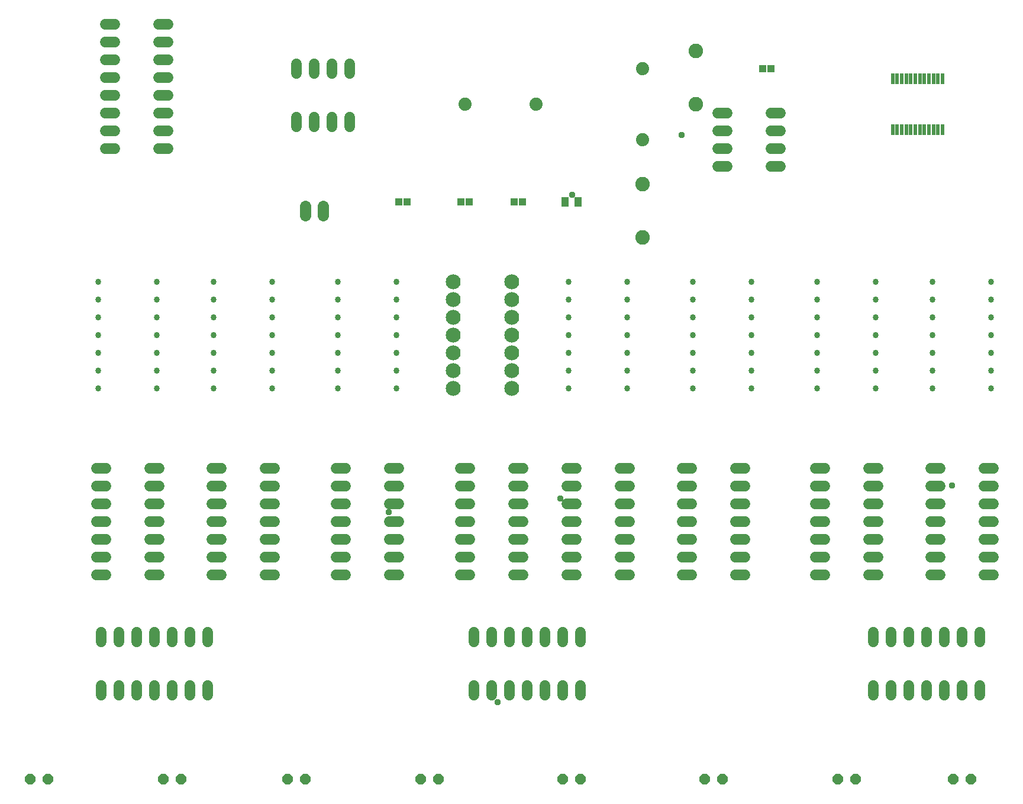
<source format=gbr>
G04 EAGLE Gerber RS-274X export*
G75*
%MOMM*%
%FSLAX34Y34*%
%LPD*%
%INSoldermask Top*%
%IPPOS*%
%AMOC8*
5,1,8,0,0,1.08239X$1,22.5*%
G01*
%ADD10R,1.053200X1.103200*%
%ADD11R,1.003200X1.403200*%
%ADD12C,1.879600*%
%ADD13C,1.524000*%
%ADD14P,1.649562X8X22.500000*%
%ADD15C,2.082800*%
%ADD16C,1.625600*%
%ADD17C,0.863600*%
%ADD18C,2.133600*%
%ADD19R,0.551200X1.600200*%
%ADD20C,0.959600*%


D10*
X743500Y889000D03*
X755100Y889000D03*
D11*
X816500Y889000D03*
X834500Y889000D03*
D10*
X667300Y889000D03*
X678900Y889000D03*
X578400Y889000D03*
X590000Y889000D03*
D12*
X673100Y1028700D03*
X774700Y1028700D03*
X927100Y1079500D03*
X927100Y977900D03*
D13*
X431800Y996696D02*
X431800Y1009904D01*
X457200Y1009904D02*
X457200Y996696D01*
X457200Y1072896D02*
X457200Y1086104D01*
X431800Y1086104D02*
X431800Y1072896D01*
X482600Y1009904D02*
X482600Y996696D01*
X508000Y996696D02*
X508000Y1009904D01*
X482600Y1072896D02*
X482600Y1086104D01*
X508000Y1086104D02*
X508000Y1072896D01*
X247904Y965200D02*
X234696Y965200D01*
X234696Y990600D02*
X247904Y990600D01*
X247904Y1117600D02*
X234696Y1117600D01*
X234696Y1143000D02*
X247904Y1143000D01*
X247904Y1016000D02*
X234696Y1016000D01*
X234696Y1041400D02*
X247904Y1041400D01*
X247904Y1092200D02*
X234696Y1092200D01*
X234696Y1066800D02*
X247904Y1066800D01*
X171704Y1143000D02*
X158496Y1143000D01*
X158496Y1117600D02*
X171704Y1117600D01*
X171704Y1092200D02*
X158496Y1092200D01*
X158496Y1066800D02*
X171704Y1066800D01*
X171704Y1041400D02*
X158496Y1041400D01*
X158496Y1016000D02*
X171704Y1016000D01*
X171704Y990600D02*
X158496Y990600D01*
X158496Y965200D02*
X171704Y965200D01*
X1110996Y939800D02*
X1124204Y939800D01*
X1124204Y965200D02*
X1110996Y965200D01*
X1048004Y965200D02*
X1034796Y965200D01*
X1034796Y939800D02*
X1048004Y939800D01*
X1110996Y990600D02*
X1124204Y990600D01*
X1124204Y1016000D02*
X1110996Y1016000D01*
X1048004Y990600D02*
X1034796Y990600D01*
X1034796Y1016000D02*
X1048004Y1016000D01*
D14*
X50800Y63500D03*
X76200Y63500D03*
X241300Y63500D03*
X266700Y63500D03*
X419100Y63500D03*
X444500Y63500D03*
X609600Y63500D03*
X635000Y63500D03*
X812800Y63500D03*
X838200Y63500D03*
X1016000Y63500D03*
X1041400Y63500D03*
X1206500Y63500D03*
X1231900Y63500D03*
X1371600Y63500D03*
X1397000Y63500D03*
D10*
X1099100Y1079500D03*
X1110700Y1079500D03*
D15*
X927100Y914400D03*
X927100Y838200D03*
X1003300Y1028700D03*
X1003300Y1104900D03*
D16*
X444500Y883412D02*
X444500Y869188D01*
X469900Y869188D02*
X469900Y883412D01*
D17*
X821690Y622300D03*
X905510Y622300D03*
X821690Y647700D03*
X905510Y647700D03*
X821690Y673100D03*
X905510Y673100D03*
X821690Y698500D03*
X905510Y698500D03*
X821690Y723900D03*
X905510Y723900D03*
X821690Y749300D03*
X905510Y749300D03*
X821690Y774700D03*
X905510Y774700D03*
X1342390Y622300D03*
X1426210Y622300D03*
X1342390Y647700D03*
X1426210Y647700D03*
X1342390Y673100D03*
X1426210Y673100D03*
X1342390Y698500D03*
X1426210Y698500D03*
X1342390Y723900D03*
X1426210Y723900D03*
X1342390Y749300D03*
X1426210Y749300D03*
X1342390Y774700D03*
X1426210Y774700D03*
X1177290Y622300D03*
X1261110Y622300D03*
X1177290Y647700D03*
X1261110Y647700D03*
X1177290Y673100D03*
X1261110Y673100D03*
X1177290Y698500D03*
X1261110Y698500D03*
X1177290Y723900D03*
X1261110Y723900D03*
X1177290Y749300D03*
X1261110Y749300D03*
X1177290Y774700D03*
X1261110Y774700D03*
X999490Y622300D03*
X1083310Y622300D03*
X999490Y647700D03*
X1083310Y647700D03*
X999490Y673100D03*
X1083310Y673100D03*
X999490Y698500D03*
X1083310Y698500D03*
X999490Y723900D03*
X1083310Y723900D03*
X999490Y749300D03*
X1083310Y749300D03*
X999490Y774700D03*
X1083310Y774700D03*
D18*
X740410Y622300D03*
X656590Y622300D03*
X740410Y647700D03*
X656590Y647700D03*
X740410Y673100D03*
X656590Y673100D03*
X740410Y698500D03*
X656590Y698500D03*
X740410Y723900D03*
X656590Y723900D03*
X740410Y749300D03*
X656590Y749300D03*
X740410Y774700D03*
X656590Y774700D03*
D17*
X491490Y622300D03*
X575310Y622300D03*
X491490Y647700D03*
X575310Y647700D03*
X491490Y673100D03*
X575310Y673100D03*
X491490Y698500D03*
X575310Y698500D03*
X491490Y723900D03*
X575310Y723900D03*
X491490Y749300D03*
X575310Y749300D03*
X491490Y774700D03*
X575310Y774700D03*
X313690Y622300D03*
X397510Y622300D03*
X313690Y647700D03*
X397510Y647700D03*
X313690Y673100D03*
X397510Y673100D03*
X313690Y698500D03*
X397510Y698500D03*
X313690Y723900D03*
X397510Y723900D03*
X313690Y749300D03*
X397510Y749300D03*
X313690Y774700D03*
X397510Y774700D03*
X148590Y622300D03*
X232410Y622300D03*
X148590Y647700D03*
X232410Y647700D03*
X148590Y673100D03*
X232410Y673100D03*
X148590Y698500D03*
X232410Y698500D03*
X148590Y723900D03*
X232410Y723900D03*
X148590Y749300D03*
X232410Y749300D03*
X148590Y774700D03*
X232410Y774700D03*
D19*
X1285050Y1065260D03*
X1291550Y1065260D03*
X1298050Y1065260D03*
X1311050Y1065260D03*
X1304550Y1065260D03*
X1317550Y1065260D03*
X1324050Y1065260D03*
X1330550Y1065260D03*
X1337050Y1065260D03*
X1343550Y1065260D03*
X1285050Y992140D03*
X1291550Y992140D03*
X1298050Y992140D03*
X1304550Y992140D03*
X1311050Y992140D03*
X1317550Y992140D03*
X1324050Y992140D03*
X1330550Y992140D03*
X1337050Y992140D03*
X1343550Y992140D03*
X1350050Y992140D03*
X1356550Y992140D03*
X1356550Y1065260D03*
X1350050Y1065260D03*
D13*
X997204Y508000D02*
X983996Y508000D01*
X983996Y482600D02*
X997204Y482600D01*
X997204Y355600D02*
X983996Y355600D01*
X1060196Y355600D02*
X1073404Y355600D01*
X997204Y457200D02*
X983996Y457200D01*
X983996Y431800D02*
X997204Y431800D01*
X997204Y381000D02*
X983996Y381000D01*
X983996Y406400D02*
X997204Y406400D01*
X1060196Y381000D02*
X1073404Y381000D01*
X1073404Y406400D02*
X1060196Y406400D01*
X1060196Y431800D02*
X1073404Y431800D01*
X1073404Y457200D02*
X1060196Y457200D01*
X1060196Y482600D02*
X1073404Y482600D01*
X1073404Y508000D02*
X1060196Y508000D01*
X304800Y273304D02*
X304800Y260096D01*
X279400Y260096D02*
X279400Y273304D01*
X152400Y273304D02*
X152400Y260096D01*
X152400Y197104D02*
X152400Y183896D01*
X254000Y260096D02*
X254000Y273304D01*
X228600Y273304D02*
X228600Y260096D01*
X177800Y260096D02*
X177800Y273304D01*
X203200Y273304D02*
X203200Y260096D01*
X177800Y197104D02*
X177800Y183896D01*
X203200Y183896D02*
X203200Y197104D01*
X228600Y197104D02*
X228600Y183896D01*
X254000Y183896D02*
X254000Y197104D01*
X279400Y197104D02*
X279400Y183896D01*
X304800Y183896D02*
X304800Y197104D01*
X838200Y260096D02*
X838200Y273304D01*
X812800Y273304D02*
X812800Y260096D01*
X685800Y260096D02*
X685800Y273304D01*
X685800Y197104D02*
X685800Y183896D01*
X787400Y260096D02*
X787400Y273304D01*
X762000Y273304D02*
X762000Y260096D01*
X711200Y260096D02*
X711200Y273304D01*
X736600Y273304D02*
X736600Y260096D01*
X711200Y197104D02*
X711200Y183896D01*
X736600Y183896D02*
X736600Y197104D01*
X762000Y197104D02*
X762000Y183896D01*
X787400Y183896D02*
X787400Y197104D01*
X812800Y197104D02*
X812800Y183896D01*
X838200Y183896D02*
X838200Y197104D01*
X1409700Y260096D02*
X1409700Y273304D01*
X1384300Y273304D02*
X1384300Y260096D01*
X1257300Y260096D02*
X1257300Y273304D01*
X1257300Y197104D02*
X1257300Y183896D01*
X1358900Y260096D02*
X1358900Y273304D01*
X1333500Y273304D02*
X1333500Y260096D01*
X1282700Y260096D02*
X1282700Y273304D01*
X1308100Y273304D02*
X1308100Y260096D01*
X1282700Y197104D02*
X1282700Y183896D01*
X1308100Y183896D02*
X1308100Y197104D01*
X1333500Y197104D02*
X1333500Y183896D01*
X1358900Y183896D02*
X1358900Y197104D01*
X1384300Y197104D02*
X1384300Y183896D01*
X1409700Y183896D02*
X1409700Y197104D01*
X1352804Y508000D02*
X1339596Y508000D01*
X1339596Y482600D02*
X1352804Y482600D01*
X1352804Y355600D02*
X1339596Y355600D01*
X1415796Y355600D02*
X1429004Y355600D01*
X1352804Y457200D02*
X1339596Y457200D01*
X1339596Y431800D02*
X1352804Y431800D01*
X1352804Y381000D02*
X1339596Y381000D01*
X1339596Y406400D02*
X1352804Y406400D01*
X1415796Y381000D02*
X1429004Y381000D01*
X1429004Y406400D02*
X1415796Y406400D01*
X1415796Y431800D02*
X1429004Y431800D01*
X1429004Y457200D02*
X1415796Y457200D01*
X1415796Y482600D02*
X1429004Y482600D01*
X1429004Y508000D02*
X1415796Y508000D01*
X1187704Y508000D02*
X1174496Y508000D01*
X1174496Y482600D02*
X1187704Y482600D01*
X1187704Y355600D02*
X1174496Y355600D01*
X1250696Y355600D02*
X1263904Y355600D01*
X1187704Y457200D02*
X1174496Y457200D01*
X1174496Y431800D02*
X1187704Y431800D01*
X1187704Y381000D02*
X1174496Y381000D01*
X1174496Y406400D02*
X1187704Y406400D01*
X1250696Y381000D02*
X1263904Y381000D01*
X1263904Y406400D02*
X1250696Y406400D01*
X1250696Y431800D02*
X1263904Y431800D01*
X1263904Y457200D02*
X1250696Y457200D01*
X1250696Y482600D02*
X1263904Y482600D01*
X1263904Y508000D02*
X1250696Y508000D01*
X679704Y508000D02*
X666496Y508000D01*
X666496Y482600D02*
X679704Y482600D01*
X679704Y355600D02*
X666496Y355600D01*
X742696Y355600D02*
X755904Y355600D01*
X679704Y457200D02*
X666496Y457200D01*
X666496Y431800D02*
X679704Y431800D01*
X679704Y381000D02*
X666496Y381000D01*
X666496Y406400D02*
X679704Y406400D01*
X742696Y381000D02*
X755904Y381000D01*
X755904Y406400D02*
X742696Y406400D01*
X742696Y431800D02*
X755904Y431800D01*
X755904Y457200D02*
X742696Y457200D01*
X742696Y482600D02*
X755904Y482600D01*
X755904Y508000D02*
X742696Y508000D01*
X501904Y508000D02*
X488696Y508000D01*
X488696Y482600D02*
X501904Y482600D01*
X501904Y355600D02*
X488696Y355600D01*
X564896Y355600D02*
X578104Y355600D01*
X501904Y457200D02*
X488696Y457200D01*
X488696Y431800D02*
X501904Y431800D01*
X501904Y381000D02*
X488696Y381000D01*
X488696Y406400D02*
X501904Y406400D01*
X564896Y381000D02*
X578104Y381000D01*
X578104Y406400D02*
X564896Y406400D01*
X564896Y431800D02*
X578104Y431800D01*
X578104Y457200D02*
X564896Y457200D01*
X564896Y482600D02*
X578104Y482600D01*
X578104Y508000D02*
X564896Y508000D01*
X324104Y508000D02*
X310896Y508000D01*
X310896Y482600D02*
X324104Y482600D01*
X324104Y355600D02*
X310896Y355600D01*
X387096Y355600D02*
X400304Y355600D01*
X324104Y457200D02*
X310896Y457200D01*
X310896Y431800D02*
X324104Y431800D01*
X324104Y381000D02*
X310896Y381000D01*
X310896Y406400D02*
X324104Y406400D01*
X387096Y381000D02*
X400304Y381000D01*
X400304Y406400D02*
X387096Y406400D01*
X387096Y431800D02*
X400304Y431800D01*
X400304Y457200D02*
X387096Y457200D01*
X387096Y482600D02*
X400304Y482600D01*
X400304Y508000D02*
X387096Y508000D01*
X159004Y508000D02*
X145796Y508000D01*
X145796Y482600D02*
X159004Y482600D01*
X159004Y355600D02*
X145796Y355600D01*
X221996Y355600D02*
X235204Y355600D01*
X159004Y457200D02*
X145796Y457200D01*
X145796Y431800D02*
X159004Y431800D01*
X159004Y381000D02*
X145796Y381000D01*
X145796Y406400D02*
X159004Y406400D01*
X221996Y381000D02*
X235204Y381000D01*
X235204Y406400D02*
X221996Y406400D01*
X221996Y431800D02*
X235204Y431800D01*
X235204Y457200D02*
X221996Y457200D01*
X221996Y482600D02*
X235204Y482600D01*
X235204Y508000D02*
X221996Y508000D01*
X818896Y508000D02*
X832104Y508000D01*
X832104Y482600D02*
X818896Y482600D01*
X818896Y355600D02*
X832104Y355600D01*
X895096Y355600D02*
X908304Y355600D01*
X832104Y457200D02*
X818896Y457200D01*
X818896Y431800D02*
X832104Y431800D01*
X832104Y381000D02*
X818896Y381000D01*
X818896Y406400D02*
X832104Y406400D01*
X895096Y381000D02*
X908304Y381000D01*
X908304Y406400D02*
X895096Y406400D01*
X895096Y431800D02*
X908304Y431800D01*
X908304Y457200D02*
X895096Y457200D01*
X895096Y482600D02*
X908304Y482600D01*
X908304Y508000D02*
X895096Y508000D01*
D20*
X1370076Y483108D03*
X719328Y173736D03*
X826008Y899160D03*
X563880Y445008D03*
X809244Y464820D03*
X982980Y984504D03*
M02*

</source>
